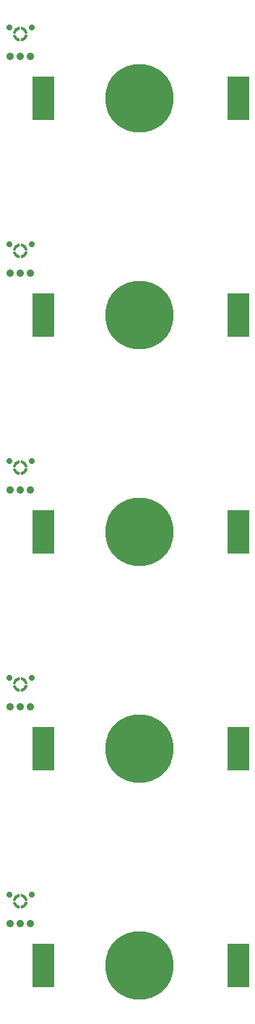
<source format=gbp>
G04 Layer_Color=128*
%FSAX24Y24*%
%MOIN*%
G70*
G01*
G75*
%ADD24C,0.0120*%
%ADD25R,0.1000X0.2000*%
%ADD26C,0.3150*%
G04:AMPARAMS|DCode=27|XSize=36mil|YSize=36mil|CornerRadius=18mil|HoleSize=0mil|Usage=FLASHONLY|Rotation=0.000|XOffset=0mil|YOffset=0mil|HoleType=Round|Shape=RoundedRectangle|*
%AMROUNDEDRECTD27*
21,1,0.0360,0.0000,0,0,0.0*
21,1,0.0000,0.0360,0,0,0.0*
1,1,0.0360,0.0000,0.0000*
1,1,0.0360,0.0000,0.0000*
1,1,0.0360,0.0000,0.0000*
1,1,0.0360,0.0000,0.0000*
%
%ADD27ROUNDEDRECTD27*%
G04:AMPARAMS|DCode=28|XSize=28mil|YSize=28mil|CornerRadius=14mil|HoleSize=0mil|Usage=FLASHONLY|Rotation=0.000|XOffset=0mil|YOffset=0mil|HoleType=Round|Shape=RoundedRectangle|*
%AMROUNDEDRECTD28*
21,1,0.0280,0.0000,0,0,0.0*
21,1,0.0000,0.0280,0,0,0.0*
1,1,0.0280,0.0000,0.0000*
1,1,0.0280,0.0000,0.0000*
1,1,0.0280,0.0000,0.0000*
1,1,0.0280,0.0000,0.0000*
%
%ADD28ROUNDEDRECTD28*%
D24*
X014776Y018893D02*
G03*
X014966Y019083I-000080J000270D01*
G01*
Y019235D02*
G03*
X014776Y019430I-000274J-000078D01*
G01*
X014430Y019083D02*
G03*
X014623Y018893I000271J000083D01*
G01*
Y019428D02*
G03*
X014428Y019235I000080J-000276D01*
G01*
X014776Y028893D02*
G03*
X014966Y029083I-000080J000270D01*
G01*
Y029235D02*
G03*
X014776Y029430I-000274J-000078D01*
G01*
X014430Y029083D02*
G03*
X014623Y028893I000271J000083D01*
G01*
Y029428D02*
G03*
X014428Y029235I000080J-000276D01*
G01*
X014776Y038893D02*
G03*
X014966Y039083I-000080J000270D01*
G01*
Y039235D02*
G03*
X014776Y039430I-000274J-000078D01*
G01*
X014430Y039083D02*
G03*
X014623Y038893I000271J000083D01*
G01*
Y039428D02*
G03*
X014428Y039235I000080J-000276D01*
G01*
X014776Y048893D02*
G03*
X014966Y049083I-000080J000270D01*
G01*
Y049235D02*
G03*
X014776Y049430I-000274J-000078D01*
G01*
X014430Y049083D02*
G03*
X014623Y048893I000271J000083D01*
G01*
Y049428D02*
G03*
X014428Y049235I000080J-000276D01*
G01*
X014776Y058893D02*
G03*
X014966Y059083I-000080J000270D01*
G01*
Y059235D02*
G03*
X014776Y059430I-000274J-000078D01*
G01*
X014430Y059083D02*
G03*
X014623Y058893I000271J000083D01*
G01*
Y059428D02*
G03*
X014428Y059235I000080J-000276D01*
G01*
D25*
X015750Y016200D02*
D03*
X024750D02*
D03*
X015750Y026200D02*
D03*
X024750D02*
D03*
X015750Y036200D02*
D03*
X024750D02*
D03*
X015750Y046200D02*
D03*
X024750D02*
D03*
X015750Y056200D02*
D03*
X024750D02*
D03*
D26*
X020200Y016200D02*
D03*
Y026200D02*
D03*
Y036200D02*
D03*
Y046200D02*
D03*
Y056200D02*
D03*
D27*
X015176Y018123D02*
D03*
X014223D02*
D03*
X014696D02*
D03*
X015176Y028123D02*
D03*
X014223D02*
D03*
X014696D02*
D03*
X015176Y038123D02*
D03*
X014223D02*
D03*
X014696D02*
D03*
X015176Y048123D02*
D03*
X014223D02*
D03*
X014696D02*
D03*
X015176Y058123D02*
D03*
X014223D02*
D03*
X014696D02*
D03*
D28*
X015216Y019477D02*
D03*
X014184D02*
D03*
X015216Y029477D02*
D03*
X014184D02*
D03*
X015216Y039477D02*
D03*
X014184D02*
D03*
X015216Y049477D02*
D03*
X014184D02*
D03*
X015216Y059477D02*
D03*
X014184D02*
D03*
M02*

</source>
